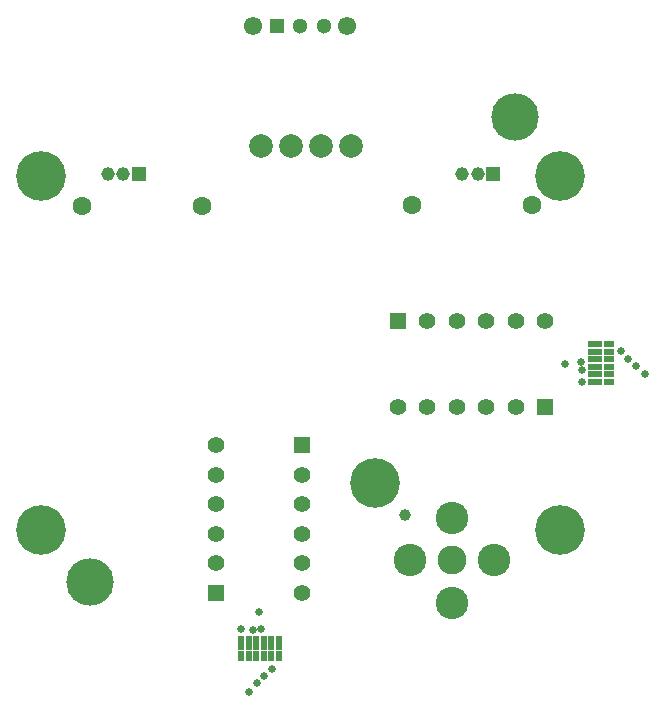
<source format=gbr>
%TF.GenerationSoftware,Altium Limited,Altium Designer,23.3.1 (30)*%
G04 Layer_Color=8388736*
%FSLAX45Y45*%
%MOMM*%
%TF.SameCoordinates,3FCD108A-851F-4062-9BED-621BEB009867*%
%TF.FilePolarity,Negative*%
%TF.FileFunction,Soldermask,Top*%
%TF.Part,Single*%
G01*
G75*
%TA.AperFunction,ComponentPad*%
%ADD23C,1.40000*%
%ADD24C,1.55000*%
%ADD25C,1.30000*%
%ADD26R,1.30000X1.30000*%
%ADD27R,1.40000X1.40000*%
%ADD28R,1.40000X1.40000*%
%ADD31R,1.15000X1.15000*%
%ADD32C,1.15000*%
%ADD44C,2.00320*%
%ADD45C,1.60320*%
%ADD46C,2.45320*%
%ADD47C,2.75320*%
%TA.AperFunction,ViaPad*%
%ADD48C,4.01320*%
%ADD49C,4.20320*%
%ADD50C,0.65320*%
%ADD51C,1.00320*%
%TA.AperFunction,SMDPad,CuDef*%
%ADD54R,0.58420X0.96520*%
%ADD55R,0.58420X1.21920*%
%ADD56R,0.96520X0.58420*%
%ADD57R,1.21920X0.58420*%
D23*
X4943691Y2680484D02*
D03*
Y2430484D02*
D03*
Y2180484D02*
D03*
Y1930484D02*
D03*
Y1680484D02*
D03*
X4221375Y1930485D02*
D03*
X4221376Y2180484D02*
D03*
Y2430484D02*
D03*
Y2680484D02*
D03*
Y2930484D02*
D03*
X6006316Y3978491D02*
D03*
X6256316D02*
D03*
X6506316D02*
D03*
X6756316Y3978490D02*
D03*
X7006316Y3978491D02*
D03*
X6756315Y3256175D02*
D03*
X6506316Y3256176D02*
D03*
X6256316Y3256175D02*
D03*
X6006316Y3256176D02*
D03*
X5756316Y3256176D02*
D03*
D24*
X5330799Y6477001D02*
D03*
X4530800Y6477000D02*
D03*
D25*
X5130800Y6477000D02*
D03*
X4930800Y6477000D02*
D03*
D26*
X4730800D02*
D03*
D27*
X4943691Y2930484D02*
D03*
X4221376Y1680484D02*
D03*
D28*
X5756316Y3978491D02*
D03*
X7006316Y3256175D02*
D03*
D31*
X3563379Y5223363D02*
D03*
X6563379D02*
D03*
D32*
X3433379Y5223363D02*
D03*
X3303379D02*
D03*
X6303380D02*
D03*
X6433379Y5223363D02*
D03*
D44*
X5359400Y5466574D02*
D03*
X5105400D02*
D03*
X4851400Y5466574D02*
D03*
X4597400Y5466574D02*
D03*
D45*
X5880100Y4965700D02*
D03*
X6896100D02*
D03*
X3086100Y4953000D02*
D03*
X4102100D02*
D03*
D46*
X6216614Y1954349D02*
D03*
D47*
X5857403Y1954349D02*
D03*
X6216615Y1595138D02*
D03*
X6575826Y1954347D02*
D03*
X6216615Y2313559D02*
D03*
D48*
X6746579Y5704863D02*
D03*
X3152479Y1767863D02*
D03*
D49*
X7133379Y2212363D02*
D03*
Y5212363D02*
D03*
X2733379Y2212363D02*
D03*
Y5212363D02*
D03*
X5568379Y2607462D02*
D03*
D50*
X4500083Y838866D02*
D03*
X4623941Y977521D02*
D03*
X4426745Y1371357D02*
D03*
X4598933Y1377286D02*
D03*
X4692546Y1036541D02*
D03*
X4564752Y916140D02*
D03*
X7847934Y3534883D02*
D03*
X7709279Y3658741D02*
D03*
X7315444Y3461545D02*
D03*
X7309514Y3633733D02*
D03*
X7650259Y3727346D02*
D03*
X7770660Y3599552D02*
D03*
X4529407Y1366228D02*
D03*
X4581309Y1515444D02*
D03*
X7320573Y3564207D02*
D03*
X7171356Y3616109D02*
D03*
D51*
X5822379Y2340763D02*
D03*
D54*
X4433833Y1144500D02*
D03*
X4497332D02*
D03*
X4560833Y1144499D02*
D03*
X4624333Y1144500D02*
D03*
X4687833D02*
D03*
X4751333D02*
D03*
D55*
X4433833Y1258800D02*
D03*
X4497333D02*
D03*
X4560833Y1258800D02*
D03*
X4624333Y1258800D02*
D03*
X4687832Y1258800D02*
D03*
X4751333Y1258800D02*
D03*
D56*
X7542301Y3468633D02*
D03*
X7542300Y3532133D02*
D03*
Y3595633D02*
D03*
X7542301Y3659133D02*
D03*
Y3722633D02*
D03*
Y3786132D02*
D03*
D57*
X7428000Y3468633D02*
D03*
Y3532133D02*
D03*
X7428000Y3595633D02*
D03*
X7428000Y3659133D02*
D03*
X7428000Y3722632D02*
D03*
X7428000Y3786133D02*
D03*
%TF.MD5,a3c3241efaf1f436e6c39ef60482fd69*%
M02*

</source>
